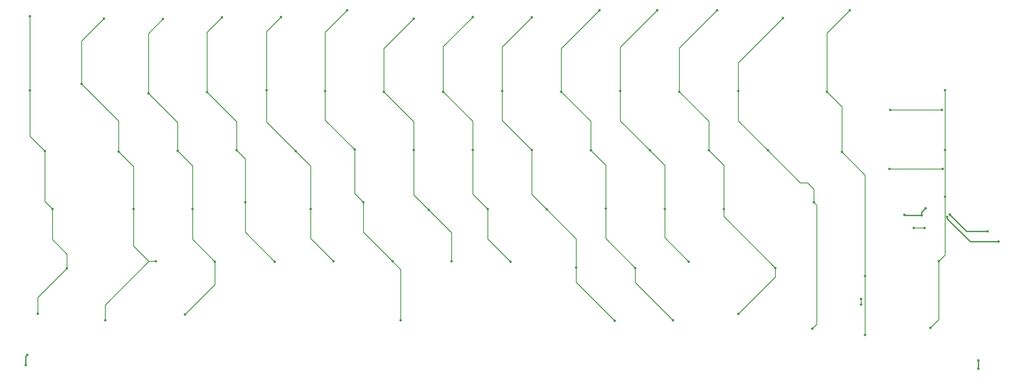
<source format=gbr>
G04 #@! TF.GenerationSoftware,KiCad,Pcbnew,(5.1.4)-1*
G04 #@! TF.CreationDate,2022-04-19T23:21:49-04:00*
G04 #@! TF.ProjectId,K-75,4b2d3735-2e6b-4696-9361-645f70636258,rev?*
G04 #@! TF.SameCoordinates,Original*
G04 #@! TF.FileFunction,Copper,L1,Top*
G04 #@! TF.FilePolarity,Positive*
%FSLAX46Y46*%
G04 Gerber Fmt 4.6, Leading zero omitted, Abs format (unit mm)*
G04 Created by KiCad (PCBNEW (5.1.4)-1) date 2022-04-19 23:21:49*
%MOMM*%
%LPD*%
G04 APERTURE LIST*
%ADD10C,0.800000*%
%ADD11C,0.381000*%
%ADD12C,0.250000*%
G04 APERTURE END LIST*
D10*
X365633000Y-197358000D03*
X365633000Y-194691000D03*
X356357347Y-147569347D03*
X368554000Y-153035000D03*
X347345000Y-147828000D03*
X341757000Y-147701000D03*
X348619968Y-145537032D03*
X58166000Y-196215000D03*
X58674000Y-192913000D03*
X372110000Y-156337000D03*
X355563000Y-148336000D03*
X337185000Y-113792000D03*
X353822000Y-113792000D03*
X336931000Y-132842000D03*
X354076000Y-132842000D03*
X348234000Y-151892000D03*
X344805000Y-151892000D03*
X327787000Y-174879000D03*
X327787000Y-176657000D03*
X272161000Y-162814000D03*
X264414000Y-145796000D03*
X259588000Y-126873000D03*
X250063000Y-107696000D03*
X262001000Y-81661000D03*
X267081000Y-181737000D03*
X254889000Y-164846000D03*
X245364000Y-145669000D03*
X240538000Y-126873000D03*
X231013000Y-107950000D03*
X243332000Y-81661000D03*
X248285000Y-181864000D03*
X235839000Y-164719000D03*
X226314000Y-145923000D03*
X221488000Y-126746000D03*
X211963000Y-107696000D03*
X221488000Y-83947000D03*
X76200000Y-105410000D03*
X83820000Y-181737000D03*
X100203000Y-162687000D03*
X92964000Y-145796000D03*
X88138000Y-127254000D03*
X83439000Y-84328000D03*
X109601000Y-179832000D03*
X119253000Y-162814000D03*
X112014000Y-145796000D03*
X107188000Y-127000000D03*
X97790000Y-108458000D03*
X102489000Y-84455000D03*
X138557000Y-162814000D03*
X129032000Y-143637000D03*
X126238000Y-126873000D03*
X116713000Y-108077000D03*
X121539000Y-83947000D03*
X157480000Y-162687000D03*
X150114000Y-145796000D03*
X145288000Y-127127000D03*
X135890000Y-107442000D03*
X140589000Y-83820000D03*
X179197000Y-181737000D03*
X176530000Y-162687000D03*
X167132000Y-143637000D03*
X164338000Y-126619000D03*
X154813000Y-107696000D03*
X161925000Y-81661000D03*
X195580000Y-162687000D03*
X188214000Y-146050000D03*
X183388000Y-126746000D03*
X173736000Y-107950000D03*
X183388000Y-84328000D03*
X214630000Y-162814000D03*
X207264000Y-145796000D03*
X202438000Y-126746000D03*
X192913000Y-107950000D03*
X202438000Y-83820000D03*
X288163000Y-179705000D03*
X300101000Y-164846000D03*
X283464000Y-145796000D03*
X278638000Y-126873000D03*
X269113000Y-107950000D03*
X281305000Y-81661000D03*
X312547000Y-143637000D03*
X297688000Y-126873000D03*
X288163000Y-107696000D03*
X302514000Y-84201000D03*
X312039000Y-184404000D03*
X329057000Y-186436000D03*
X329057000Y-167386000D03*
X321564000Y-127381000D03*
X316738000Y-107950000D03*
X324104000Y-81661000D03*
X59563000Y-83566000D03*
X59563000Y-107569000D03*
X64389000Y-127127000D03*
X66802000Y-145796000D03*
X71501000Y-164973000D03*
X62103000Y-179578000D03*
X350139000Y-184150000D03*
X352806000Y-162687000D03*
X354838000Y-126746000D03*
X354838000Y-107442000D03*
X354838000Y-141859000D03*
D11*
X365633000Y-197358000D02*
X365633000Y-194691000D01*
X356357347Y-147569347D02*
X361823000Y-153035000D01*
X361823000Y-153035000D02*
X368554000Y-153035000D01*
X347345000Y-147828000D02*
X341884000Y-147828000D01*
X341884000Y-147828000D02*
X341757000Y-147701000D01*
X347345000Y-147828000D02*
X347345000Y-146812000D01*
X347345000Y-146812000D02*
X348619968Y-145537032D01*
X58166000Y-196215000D02*
X58166000Y-193421000D01*
X58166000Y-193421000D02*
X58674000Y-192913000D01*
X364490000Y-156337000D02*
X372110000Y-156337000D01*
X362998315Y-156337000D02*
X364490000Y-156337000D01*
X355563000Y-148901685D02*
X362998315Y-156337000D01*
X355563000Y-148336000D02*
X355563000Y-148901685D01*
D12*
X337185000Y-113792000D02*
X353822000Y-113792000D01*
X336931000Y-132842000D02*
X354076000Y-132842000D01*
X344805000Y-151892000D02*
X348234000Y-151892000D01*
X327787000Y-174879000D02*
X327787000Y-176657000D01*
X272161000Y-162814000D02*
X264414000Y-155067000D01*
X264414000Y-155067000D02*
X264414000Y-145796000D01*
X264414000Y-145796000D02*
X264414000Y-131699000D01*
X264414000Y-131699000D02*
X259588000Y-126873000D01*
X259588000Y-126873000D02*
X250063000Y-117348000D01*
X250063000Y-117348000D02*
X250063000Y-107696000D01*
X250063000Y-107696000D02*
X250063000Y-93599000D01*
X250063000Y-93599000D02*
X262001000Y-81661000D01*
X267081000Y-181737000D02*
X254889000Y-169545000D01*
X254889000Y-169545000D02*
X254889000Y-164846000D01*
X254889000Y-164846000D02*
X245364000Y-155321000D01*
X245364000Y-155321000D02*
X245364000Y-145669000D01*
X245364000Y-145669000D02*
X245364000Y-131699000D01*
X245364000Y-131699000D02*
X240538000Y-126873000D01*
X240538000Y-126873000D02*
X240538000Y-117475000D01*
X240538000Y-117475000D02*
X231013000Y-107950000D01*
X231013000Y-107950000D02*
X231013000Y-93980000D01*
X231013000Y-93980000D02*
X243332000Y-81661000D01*
X248285000Y-181864000D02*
X235839000Y-169418000D01*
X235839000Y-169418000D02*
X235839000Y-164719000D01*
X235839000Y-164719000D02*
X235839000Y-155448000D01*
X235839000Y-155448000D02*
X226314000Y-145923000D01*
X226314000Y-145923000D02*
X221488000Y-141097000D01*
X221488000Y-141097000D02*
X221488000Y-126746000D01*
X221488000Y-126746000D02*
X211963000Y-117221000D01*
X211963000Y-117221000D02*
X211963000Y-107696000D01*
X211963000Y-107696000D02*
X211963000Y-93472000D01*
X211963000Y-93472000D02*
X221488000Y-83947000D01*
X97914026Y-162687000D02*
X100203000Y-162687000D01*
X83820000Y-181737000D02*
X83820000Y-176781026D01*
X83820000Y-176781026D02*
X97914026Y-162687000D01*
X97914026Y-162687000D02*
X92964000Y-157736974D01*
X92964000Y-157736974D02*
X92964000Y-145796000D01*
X92964000Y-145796000D02*
X92964000Y-132080000D01*
X92964000Y-132080000D02*
X88138000Y-127254000D01*
X88138000Y-117348000D02*
X76200000Y-105410000D01*
X88138000Y-127254000D02*
X88138000Y-117348000D01*
X76200000Y-105410000D02*
X76200000Y-91567000D01*
X76200000Y-91567000D02*
X83439000Y-84328000D01*
X109601000Y-179832000D02*
X119253000Y-170180000D01*
X119253000Y-170180000D02*
X119253000Y-162814000D01*
X119253000Y-162814000D02*
X112014000Y-155575000D01*
X112014000Y-155575000D02*
X112014000Y-145796000D01*
X112014000Y-145796000D02*
X112014000Y-131826000D01*
X112014000Y-131826000D02*
X107188000Y-127000000D01*
X107188000Y-127000000D02*
X107188000Y-117856000D01*
X107188000Y-117856000D02*
X97790000Y-108458000D01*
X97790000Y-108458000D02*
X97790000Y-89154000D01*
X97790000Y-89154000D02*
X102489000Y-84455000D01*
X138557000Y-162814000D02*
X129032000Y-153289000D01*
X129032000Y-153289000D02*
X129032000Y-143637000D01*
X129032000Y-143637000D02*
X129032000Y-129667000D01*
X129032000Y-129667000D02*
X126238000Y-126873000D01*
X126238000Y-126873000D02*
X126238000Y-117602000D01*
X126238000Y-117602000D02*
X116713000Y-108077000D01*
X116713000Y-108077000D02*
X116713000Y-88773000D01*
X116713000Y-88773000D02*
X121539000Y-83947000D01*
X157480000Y-162687000D02*
X150114000Y-155321000D01*
X150114000Y-155321000D02*
X150114000Y-145796000D01*
X150114000Y-145796000D02*
X150114000Y-131953000D01*
X150114000Y-131953000D02*
X145288000Y-127127000D01*
X145288000Y-127127000D02*
X135890000Y-117729000D01*
X135890000Y-117729000D02*
X135890000Y-107442000D01*
X135890000Y-107442000D02*
X135890000Y-88519000D01*
X135890000Y-88519000D02*
X140589000Y-83820000D01*
X179197000Y-181737000D02*
X179197000Y-165354000D01*
X179197000Y-165354000D02*
X176530000Y-162687000D01*
X176530000Y-162687000D02*
X167132000Y-153289000D01*
X167132000Y-153289000D02*
X167132000Y-143637000D01*
X167132000Y-143637000D02*
X164338000Y-140843000D01*
X164338000Y-140843000D02*
X164338000Y-126619000D01*
X164338000Y-126619000D02*
X154813000Y-117094000D01*
X154813000Y-117094000D02*
X154813000Y-107696000D01*
X154813000Y-107696000D02*
X154813000Y-88773000D01*
X154813000Y-88773000D02*
X161925000Y-81661000D01*
X195580000Y-162687000D02*
X195580000Y-153416000D01*
X195580000Y-153416000D02*
X188214000Y-146050000D01*
X188214000Y-146050000D02*
X183388000Y-141224000D01*
X183388000Y-141224000D02*
X183388000Y-126746000D01*
X183388000Y-126746000D02*
X183388000Y-117602000D01*
X183388000Y-117602000D02*
X173736000Y-107950000D01*
X173736000Y-107950000D02*
X173736000Y-93980000D01*
X173736000Y-93980000D02*
X183388000Y-84328000D01*
X214630000Y-162814000D02*
X207264000Y-155448000D01*
X207264000Y-155448000D02*
X207264000Y-145796000D01*
X207264000Y-145796000D02*
X202438000Y-140970000D01*
X202438000Y-140970000D02*
X202438000Y-126746000D01*
X202438000Y-126746000D02*
X202438000Y-117475000D01*
X202438000Y-117475000D02*
X192913000Y-107950000D01*
X192913000Y-107950000D02*
X192913000Y-93345000D01*
X192913000Y-93345000D02*
X202438000Y-83820000D01*
X288163000Y-179705000D02*
X300101000Y-167767000D01*
X300101000Y-167767000D02*
X300101000Y-164846000D01*
X300101000Y-164846000D02*
X283464000Y-148209000D01*
X283464000Y-148209000D02*
X283464000Y-145796000D01*
X283464000Y-145796000D02*
X283464000Y-131699000D01*
X283464000Y-131699000D02*
X278638000Y-126873000D01*
X278638000Y-126873000D02*
X278638000Y-117475000D01*
X278638000Y-117475000D02*
X269113000Y-107950000D01*
X269113000Y-107950000D02*
X269113000Y-93853000D01*
X269113000Y-93853000D02*
X281305000Y-81661000D01*
X308157999Y-137342999D02*
X297688000Y-126873000D01*
X310513521Y-137342999D02*
X308157999Y-137342999D01*
X312547000Y-143637000D02*
X312547000Y-139376478D01*
X312547000Y-139376478D02*
X310513521Y-137342999D01*
X297688000Y-126873000D02*
X288163000Y-117348000D01*
X288163000Y-117348000D02*
X288163000Y-107696000D01*
X288163000Y-107696000D02*
X288163000Y-98552000D01*
X288163000Y-98552000D02*
X302514000Y-84201000D01*
X312946999Y-144036999D02*
X312547000Y-143637000D01*
X313493001Y-144583001D02*
X312946999Y-144036999D01*
X313493001Y-182949999D02*
X313493001Y-144583001D01*
X312039000Y-184404000D02*
X313493001Y-182949999D01*
X329057000Y-186436000D02*
X329057000Y-167386000D01*
X329057000Y-167386000D02*
X329057000Y-134874000D01*
X329057000Y-134874000D02*
X321564000Y-127381000D01*
X321564000Y-127381000D02*
X321564000Y-112776000D01*
X321564000Y-112776000D02*
X316738000Y-107950000D01*
X316738000Y-107950000D02*
X316738000Y-89027000D01*
X316738000Y-89027000D02*
X324104000Y-81661000D01*
X59563000Y-83566000D02*
X59563000Y-107569000D01*
X59563000Y-107569000D02*
X59563000Y-122301000D01*
X59563000Y-122301000D02*
X64389000Y-127127000D01*
X64389000Y-127127000D02*
X64389000Y-143383000D01*
X64389000Y-143383000D02*
X66802000Y-145796000D01*
X71501000Y-160331478D02*
X71501000Y-164973000D01*
X66802000Y-145796000D02*
X66802000Y-155632478D01*
X66802000Y-155632478D02*
X71501000Y-160331478D01*
X71501000Y-164973000D02*
X62103000Y-174371000D01*
X62103000Y-174371000D02*
X62103000Y-179578000D01*
X350139000Y-184150000D02*
X352806000Y-181483000D01*
X352806000Y-181483000D02*
X352806000Y-162687000D01*
X354838000Y-126746000D02*
X354838000Y-107442000D01*
X354838000Y-141859000D02*
X354838000Y-126746000D01*
X354838000Y-160655000D02*
X352806000Y-162687000D01*
X354838000Y-141859000D02*
X354838000Y-160655000D01*
M02*

</source>
